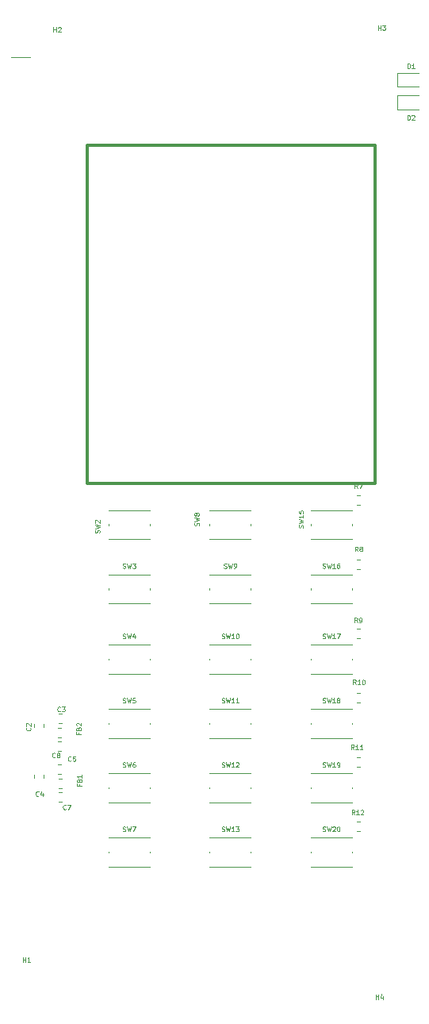
<source format=gbr>
G04 #@! TF.GenerationSoftware,KiCad,Pcbnew,5.1.6-c6e7f7d~87~ubuntu18.04.1*
G04 #@! TF.CreationDate,2020-07-31T23:24:34+02:00*
G04 #@! TF.ProjectId,HMI,484d492e-6b69-4636-9164-5f7063625858,rev?*
G04 #@! TF.SameCoordinates,Original*
G04 #@! TF.FileFunction,Legend,Top*
G04 #@! TF.FilePolarity,Positive*
%FSLAX46Y46*%
G04 Gerber Fmt 4.6, Leading zero omitted, Abs format (unit mm)*
G04 Created by KiCad (PCBNEW 5.1.6-c6e7f7d~87~ubuntu18.04.1) date 2020-07-31 23:24:34*
%MOMM*%
%LPD*%
G01*
G04 APERTURE LIST*
%ADD10C,0.350000*%
%ADD11C,0.120000*%
%ADD12C,0.125000*%
%ADD13C,0.150000*%
G04 APERTURE END LIST*
D10*
X128016000Y-85344000D02*
X158750000Y-85344000D01*
X128016000Y-49276000D02*
X128016000Y-85344000D01*
X158750000Y-49276000D02*
X158750000Y-85344000D01*
X128016000Y-49276000D02*
X158750000Y-49276000D01*
D11*
X119862600Y-39852600D02*
X121894600Y-39852600D01*
X161100500Y-45439000D02*
X163385500Y-45439000D01*
X161100500Y-43969000D02*
X161100500Y-45439000D01*
X163385500Y-43969000D02*
X161100500Y-43969000D01*
X161100300Y-43000600D02*
X163385300Y-43000600D01*
X161100300Y-41530600D02*
X161100300Y-43000600D01*
X163385300Y-41530600D02*
X161100300Y-41530600D01*
X134694020Y-89793280D02*
X134694020Y-89693280D01*
X130294020Y-91293280D02*
X134694020Y-91293280D01*
X134694020Y-88193280D02*
X130294020Y-88193280D01*
X130294020Y-89793280D02*
X130294020Y-89693280D01*
X156284020Y-124718280D02*
X156284020Y-124618280D01*
X151884020Y-126218280D02*
X156284020Y-126218280D01*
X156284020Y-123118280D02*
X151884020Y-123118280D01*
X151884020Y-124718280D02*
X151884020Y-124618280D01*
X156284020Y-117860280D02*
X156284020Y-117760280D01*
X151884020Y-119360280D02*
X156284020Y-119360280D01*
X156284020Y-116260280D02*
X151884020Y-116260280D01*
X151884020Y-117860280D02*
X151884020Y-117760280D01*
X156284020Y-111002280D02*
X156284020Y-110902280D01*
X151884020Y-112502280D02*
X156284020Y-112502280D01*
X156284020Y-109402280D02*
X151884020Y-109402280D01*
X151884020Y-111002280D02*
X151884020Y-110902280D01*
X156284020Y-104144280D02*
X156284020Y-104044280D01*
X151884020Y-105644280D02*
X156284020Y-105644280D01*
X156284020Y-102544280D02*
X151884020Y-102544280D01*
X151884020Y-104144280D02*
X151884020Y-104044280D01*
X156284020Y-96651280D02*
X156284020Y-96551280D01*
X151884020Y-98151280D02*
X156284020Y-98151280D01*
X156284020Y-95051280D02*
X151884020Y-95051280D01*
X151884020Y-96651280D02*
X151884020Y-96551280D01*
X156284020Y-89793280D02*
X156284020Y-89693280D01*
X151884020Y-91293280D02*
X156284020Y-91293280D01*
X156284020Y-88193280D02*
X151884020Y-88193280D01*
X151884020Y-89793280D02*
X151884020Y-89693280D01*
X145489020Y-124718280D02*
X145489020Y-124618280D01*
X141089020Y-126218280D02*
X145489020Y-126218280D01*
X145489020Y-123118280D02*
X141089020Y-123118280D01*
X141089020Y-124718280D02*
X141089020Y-124618280D01*
X145489020Y-117860280D02*
X145489020Y-117760280D01*
X141089020Y-119360280D02*
X145489020Y-119360280D01*
X145489020Y-116260280D02*
X141089020Y-116260280D01*
X141089020Y-117860280D02*
X141089020Y-117760280D01*
X145489020Y-111002280D02*
X145489020Y-110902280D01*
X141089020Y-112502280D02*
X145489020Y-112502280D01*
X145489020Y-109402280D02*
X141089020Y-109402280D01*
X141089020Y-111002280D02*
X141089020Y-110902280D01*
X145489020Y-104144280D02*
X145489020Y-104044280D01*
X141089020Y-105644280D02*
X145489020Y-105644280D01*
X145489020Y-102544280D02*
X141089020Y-102544280D01*
X141089020Y-104144280D02*
X141089020Y-104044280D01*
X145489020Y-96651280D02*
X145489020Y-96551280D01*
X141089020Y-98151280D02*
X145489020Y-98151280D01*
X145489020Y-95051280D02*
X141089020Y-95051280D01*
X141089020Y-96651280D02*
X141089020Y-96551280D01*
X145489020Y-89793280D02*
X145489020Y-89693280D01*
X141089020Y-91293280D02*
X145489020Y-91293280D01*
X145489020Y-88193280D02*
X141089020Y-88193280D01*
X141089020Y-89793280D02*
X141089020Y-89693280D01*
X134694020Y-124718280D02*
X134694020Y-124618280D01*
X130294020Y-126218280D02*
X134694020Y-126218280D01*
X134694020Y-123118280D02*
X130294020Y-123118280D01*
X130294020Y-124718280D02*
X130294020Y-124618280D01*
X134694020Y-117860280D02*
X134694020Y-117760280D01*
X130294020Y-119360280D02*
X134694020Y-119360280D01*
X134694020Y-116260280D02*
X130294020Y-116260280D01*
X130294020Y-117860280D02*
X130294020Y-117760280D01*
X134694020Y-111002280D02*
X134694020Y-110902280D01*
X130294020Y-112502280D02*
X134694020Y-112502280D01*
X134694020Y-109402280D02*
X130294020Y-109402280D01*
X130294020Y-111002280D02*
X130294020Y-110902280D01*
X134694020Y-104144280D02*
X134694020Y-104044280D01*
X130294020Y-105644280D02*
X134694020Y-105644280D01*
X134694020Y-102544280D02*
X130294020Y-102544280D01*
X130294020Y-104144280D02*
X130294020Y-104044280D01*
X134694020Y-96651280D02*
X134694020Y-96551280D01*
X130294020Y-98151280D02*
X134694020Y-98151280D01*
X134694020Y-95051280D02*
X130294020Y-95051280D01*
X130294020Y-96651280D02*
X130294020Y-96551280D01*
X122375200Y-111000321D02*
X122375200Y-111325879D01*
X123395200Y-111000321D02*
X123395200Y-111325879D01*
X157160279Y-121410000D02*
X156834721Y-121410000D01*
X157160279Y-122430000D02*
X156834721Y-122430000D01*
X157160279Y-114552000D02*
X156834721Y-114552000D01*
X157160279Y-115572000D02*
X156834721Y-115572000D01*
X157160279Y-107694000D02*
X156834721Y-107694000D01*
X157160279Y-108714000D02*
X156834721Y-108714000D01*
X157160279Y-100836000D02*
X156834721Y-100836000D01*
X157160279Y-101856000D02*
X156834721Y-101856000D01*
X157134779Y-93470000D02*
X156809221Y-93470000D01*
X157134779Y-94490000D02*
X156809221Y-94490000D01*
X157160279Y-86612000D02*
X156834721Y-86612000D01*
X157160279Y-87632000D02*
X156834721Y-87632000D01*
X125257679Y-111389700D02*
X124932121Y-111389700D01*
X125257679Y-112409700D02*
X124932121Y-112409700D01*
X125283079Y-116825300D02*
X124957521Y-116825300D01*
X125283079Y-117845300D02*
X124957521Y-117845300D01*
X125257679Y-112888300D02*
X124932121Y-112888300D01*
X125257679Y-113908300D02*
X124932121Y-113908300D01*
X125283079Y-118298500D02*
X124957521Y-118298500D01*
X125283079Y-119318500D02*
X124957521Y-119318500D01*
X124932121Y-116346700D02*
X125257679Y-116346700D01*
X124932121Y-115326700D02*
X125257679Y-115326700D01*
X122375200Y-116410621D02*
X122375200Y-116736179D01*
X123395200Y-116410621D02*
X123395200Y-116736179D01*
X124957521Y-110911100D02*
X125283079Y-110911100D01*
X124957521Y-109891100D02*
X125283079Y-109891100D01*
D12*
X162190952Y-46555790D02*
X162190952Y-46055790D01*
X162310000Y-46055790D01*
X162381428Y-46079600D01*
X162429047Y-46127219D01*
X162452857Y-46174838D01*
X162476666Y-46270076D01*
X162476666Y-46341504D01*
X162452857Y-46436742D01*
X162429047Y-46484361D01*
X162381428Y-46531980D01*
X162310000Y-46555790D01*
X162190952Y-46555790D01*
X162667142Y-46103409D02*
X162690952Y-46079600D01*
X162738571Y-46055790D01*
X162857619Y-46055790D01*
X162905238Y-46079600D01*
X162929047Y-46103409D01*
X162952857Y-46151028D01*
X162952857Y-46198647D01*
X162929047Y-46270076D01*
X162643333Y-46555790D01*
X162952857Y-46555790D01*
X162216252Y-41061790D02*
X162216252Y-40561790D01*
X162335300Y-40561790D01*
X162406728Y-40585600D01*
X162454347Y-40633219D01*
X162478157Y-40680838D01*
X162501966Y-40776076D01*
X162501966Y-40847504D01*
X162478157Y-40942742D01*
X162454347Y-40990361D01*
X162406728Y-41037980D01*
X162335300Y-41061790D01*
X162216252Y-41061790D01*
X162978157Y-41061790D02*
X162692442Y-41061790D01*
X162835300Y-41061790D02*
X162835300Y-40561790D01*
X162787680Y-40633219D01*
X162740061Y-40680838D01*
X162692442Y-40704647D01*
X121132647Y-136365790D02*
X121132647Y-135865790D01*
X121132647Y-136103885D02*
X121418361Y-136103885D01*
X121418361Y-136365790D02*
X121418361Y-135865790D01*
X121918361Y-136365790D02*
X121632647Y-136365790D01*
X121775504Y-136365790D02*
X121775504Y-135865790D01*
X121727885Y-135937219D01*
X121680266Y-135984838D01*
X121632647Y-136008647D01*
D13*
D12*
X159075167Y-36959670D02*
X159075167Y-36459670D01*
X159075167Y-36697765D02*
X159360881Y-36697765D01*
X159360881Y-36959670D02*
X159360881Y-36459670D01*
X159551358Y-36459670D02*
X159860881Y-36459670D01*
X159694215Y-36650146D01*
X159765643Y-36650146D01*
X159813262Y-36673956D01*
X159837072Y-36697765D01*
X159860881Y-36745384D01*
X159860881Y-36864432D01*
X159837072Y-36912051D01*
X159813262Y-36935860D01*
X159765643Y-36959670D01*
X159622786Y-36959670D01*
X159575167Y-36935860D01*
X159551358Y-36912051D01*
D13*
D12*
X124419407Y-37178110D02*
X124419407Y-36678110D01*
X124419407Y-36916205D02*
X124705121Y-36916205D01*
X124705121Y-37178110D02*
X124705121Y-36678110D01*
X124919407Y-36725729D02*
X124943217Y-36701920D01*
X124990836Y-36678110D01*
X125109883Y-36678110D01*
X125157502Y-36701920D01*
X125181312Y-36725729D01*
X125205121Y-36773348D01*
X125205121Y-36820967D01*
X125181312Y-36892396D01*
X124895598Y-37178110D01*
X125205121Y-37178110D01*
D13*
D12*
X158826247Y-140332590D02*
X158826247Y-139832590D01*
X158826247Y-140070685D02*
X159111961Y-140070685D01*
X159111961Y-140332590D02*
X159111961Y-139832590D01*
X159564342Y-139999257D02*
X159564342Y-140332590D01*
X159445295Y-139808780D02*
X159326247Y-140165923D01*
X159635771Y-140165923D01*
D13*
D12*
X129323280Y-90582666D02*
X129347090Y-90511238D01*
X129347090Y-90392190D01*
X129323280Y-90344571D01*
X129299471Y-90320761D01*
X129251852Y-90296952D01*
X129204233Y-90296952D01*
X129156614Y-90320761D01*
X129132804Y-90344571D01*
X129108995Y-90392190D01*
X129085185Y-90487428D01*
X129061376Y-90535047D01*
X129037566Y-90558857D01*
X128989947Y-90582666D01*
X128942328Y-90582666D01*
X128894709Y-90558857D01*
X128870900Y-90535047D01*
X128847090Y-90487428D01*
X128847090Y-90368380D01*
X128870900Y-90296952D01*
X128847090Y-90130285D02*
X129347090Y-90011238D01*
X128989947Y-89916000D01*
X129347090Y-89820761D01*
X128847090Y-89701714D01*
X128894709Y-89535047D02*
X128870900Y-89511238D01*
X128847090Y-89463619D01*
X128847090Y-89344571D01*
X128870900Y-89296952D01*
X128894709Y-89273142D01*
X128942328Y-89249333D01*
X128989947Y-89249333D01*
X129061376Y-89273142D01*
X129347090Y-89558857D01*
X129347090Y-89249333D01*
D13*
D12*
X153179258Y-122420660D02*
X153250686Y-122444470D01*
X153369734Y-122444470D01*
X153417353Y-122420660D01*
X153441162Y-122396851D01*
X153464972Y-122349232D01*
X153464972Y-122301613D01*
X153441162Y-122253994D01*
X153417353Y-122230184D01*
X153369734Y-122206375D01*
X153274496Y-122182565D01*
X153226877Y-122158756D01*
X153203067Y-122134946D01*
X153179258Y-122087327D01*
X153179258Y-122039708D01*
X153203067Y-121992089D01*
X153226877Y-121968280D01*
X153274496Y-121944470D01*
X153393543Y-121944470D01*
X153464972Y-121968280D01*
X153631639Y-121944470D02*
X153750686Y-122444470D01*
X153845924Y-122087327D01*
X153941162Y-122444470D01*
X154060210Y-121944470D01*
X154226877Y-121992089D02*
X154250686Y-121968280D01*
X154298305Y-121944470D01*
X154417353Y-121944470D01*
X154464972Y-121968280D01*
X154488781Y-121992089D01*
X154512591Y-122039708D01*
X154512591Y-122087327D01*
X154488781Y-122158756D01*
X154203067Y-122444470D01*
X154512591Y-122444470D01*
X154822115Y-121944470D02*
X154869734Y-121944470D01*
X154917353Y-121968280D01*
X154941162Y-121992089D01*
X154964972Y-122039708D01*
X154988781Y-122134946D01*
X154988781Y-122253994D01*
X154964972Y-122349232D01*
X154941162Y-122396851D01*
X154917353Y-122420660D01*
X154869734Y-122444470D01*
X154822115Y-122444470D01*
X154774496Y-122420660D01*
X154750686Y-122396851D01*
X154726877Y-122349232D01*
X154703067Y-122253994D01*
X154703067Y-122134946D01*
X154726877Y-122039708D01*
X154750686Y-121992089D01*
X154774496Y-121968280D01*
X154822115Y-121944470D01*
D13*
D12*
X153179258Y-115562660D02*
X153250686Y-115586470D01*
X153369734Y-115586470D01*
X153417353Y-115562660D01*
X153441162Y-115538851D01*
X153464972Y-115491232D01*
X153464972Y-115443613D01*
X153441162Y-115395994D01*
X153417353Y-115372184D01*
X153369734Y-115348375D01*
X153274496Y-115324565D01*
X153226877Y-115300756D01*
X153203067Y-115276946D01*
X153179258Y-115229327D01*
X153179258Y-115181708D01*
X153203067Y-115134089D01*
X153226877Y-115110280D01*
X153274496Y-115086470D01*
X153393543Y-115086470D01*
X153464972Y-115110280D01*
X153631639Y-115086470D02*
X153750686Y-115586470D01*
X153845924Y-115229327D01*
X153941162Y-115586470D01*
X154060210Y-115086470D01*
X154512591Y-115586470D02*
X154226877Y-115586470D01*
X154369734Y-115586470D02*
X154369734Y-115086470D01*
X154322115Y-115157899D01*
X154274496Y-115205518D01*
X154226877Y-115229327D01*
X154750686Y-115586470D02*
X154845924Y-115586470D01*
X154893543Y-115562660D01*
X154917353Y-115538851D01*
X154964972Y-115467422D01*
X154988781Y-115372184D01*
X154988781Y-115181708D01*
X154964972Y-115134089D01*
X154941162Y-115110280D01*
X154893543Y-115086470D01*
X154798305Y-115086470D01*
X154750686Y-115110280D01*
X154726877Y-115134089D01*
X154703067Y-115181708D01*
X154703067Y-115300756D01*
X154726877Y-115348375D01*
X154750686Y-115372184D01*
X154798305Y-115395994D01*
X154893543Y-115395994D01*
X154941162Y-115372184D01*
X154964972Y-115348375D01*
X154988781Y-115300756D01*
D13*
D12*
X153179258Y-108704660D02*
X153250686Y-108728470D01*
X153369734Y-108728470D01*
X153417353Y-108704660D01*
X153441162Y-108680851D01*
X153464972Y-108633232D01*
X153464972Y-108585613D01*
X153441162Y-108537994D01*
X153417353Y-108514184D01*
X153369734Y-108490375D01*
X153274496Y-108466565D01*
X153226877Y-108442756D01*
X153203067Y-108418946D01*
X153179258Y-108371327D01*
X153179258Y-108323708D01*
X153203067Y-108276089D01*
X153226877Y-108252280D01*
X153274496Y-108228470D01*
X153393543Y-108228470D01*
X153464972Y-108252280D01*
X153631639Y-108228470D02*
X153750686Y-108728470D01*
X153845924Y-108371327D01*
X153941162Y-108728470D01*
X154060210Y-108228470D01*
X154512591Y-108728470D02*
X154226877Y-108728470D01*
X154369734Y-108728470D02*
X154369734Y-108228470D01*
X154322115Y-108299899D01*
X154274496Y-108347518D01*
X154226877Y-108371327D01*
X154798305Y-108442756D02*
X154750686Y-108418946D01*
X154726877Y-108395137D01*
X154703067Y-108347518D01*
X154703067Y-108323708D01*
X154726877Y-108276089D01*
X154750686Y-108252280D01*
X154798305Y-108228470D01*
X154893543Y-108228470D01*
X154941162Y-108252280D01*
X154964972Y-108276089D01*
X154988781Y-108323708D01*
X154988781Y-108347518D01*
X154964972Y-108395137D01*
X154941162Y-108418946D01*
X154893543Y-108442756D01*
X154798305Y-108442756D01*
X154750686Y-108466565D01*
X154726877Y-108490375D01*
X154703067Y-108537994D01*
X154703067Y-108633232D01*
X154726877Y-108680851D01*
X154750686Y-108704660D01*
X154798305Y-108728470D01*
X154893543Y-108728470D01*
X154941162Y-108704660D01*
X154964972Y-108680851D01*
X154988781Y-108633232D01*
X154988781Y-108537994D01*
X154964972Y-108490375D01*
X154941162Y-108466565D01*
X154893543Y-108442756D01*
D13*
D12*
X153179258Y-101846660D02*
X153250686Y-101870470D01*
X153369734Y-101870470D01*
X153417353Y-101846660D01*
X153441162Y-101822851D01*
X153464972Y-101775232D01*
X153464972Y-101727613D01*
X153441162Y-101679994D01*
X153417353Y-101656184D01*
X153369734Y-101632375D01*
X153274496Y-101608565D01*
X153226877Y-101584756D01*
X153203067Y-101560946D01*
X153179258Y-101513327D01*
X153179258Y-101465708D01*
X153203067Y-101418089D01*
X153226877Y-101394280D01*
X153274496Y-101370470D01*
X153393543Y-101370470D01*
X153464972Y-101394280D01*
X153631639Y-101370470D02*
X153750686Y-101870470D01*
X153845924Y-101513327D01*
X153941162Y-101870470D01*
X154060210Y-101370470D01*
X154512591Y-101870470D02*
X154226877Y-101870470D01*
X154369734Y-101870470D02*
X154369734Y-101370470D01*
X154322115Y-101441899D01*
X154274496Y-101489518D01*
X154226877Y-101513327D01*
X154679258Y-101370470D02*
X155012591Y-101370470D01*
X154798305Y-101870470D01*
D13*
D12*
X153179258Y-94353660D02*
X153250686Y-94377470D01*
X153369734Y-94377470D01*
X153417353Y-94353660D01*
X153441162Y-94329851D01*
X153464972Y-94282232D01*
X153464972Y-94234613D01*
X153441162Y-94186994D01*
X153417353Y-94163184D01*
X153369734Y-94139375D01*
X153274496Y-94115565D01*
X153226877Y-94091756D01*
X153203067Y-94067946D01*
X153179258Y-94020327D01*
X153179258Y-93972708D01*
X153203067Y-93925089D01*
X153226877Y-93901280D01*
X153274496Y-93877470D01*
X153393543Y-93877470D01*
X153464972Y-93901280D01*
X153631639Y-93877470D02*
X153750686Y-94377470D01*
X153845924Y-94020327D01*
X153941162Y-94377470D01*
X154060210Y-93877470D01*
X154512591Y-94377470D02*
X154226877Y-94377470D01*
X154369734Y-94377470D02*
X154369734Y-93877470D01*
X154322115Y-93948899D01*
X154274496Y-93996518D01*
X154226877Y-94020327D01*
X154941162Y-93877470D02*
X154845924Y-93877470D01*
X154798305Y-93901280D01*
X154774496Y-93925089D01*
X154726877Y-93996518D01*
X154703067Y-94091756D01*
X154703067Y-94282232D01*
X154726877Y-94329851D01*
X154750686Y-94353660D01*
X154798305Y-94377470D01*
X154893543Y-94377470D01*
X154941162Y-94353660D01*
X154964972Y-94329851D01*
X154988781Y-94282232D01*
X154988781Y-94163184D01*
X154964972Y-94115565D01*
X154941162Y-94091756D01*
X154893543Y-94067946D01*
X154798305Y-94067946D01*
X154750686Y-94091756D01*
X154726877Y-94115565D01*
X154703067Y-94163184D01*
D13*
D12*
X151065680Y-90058761D02*
X151089490Y-89987333D01*
X151089490Y-89868285D01*
X151065680Y-89820666D01*
X151041871Y-89796857D01*
X150994252Y-89773047D01*
X150946633Y-89773047D01*
X150899014Y-89796857D01*
X150875204Y-89820666D01*
X150851395Y-89868285D01*
X150827585Y-89963523D01*
X150803776Y-90011142D01*
X150779966Y-90034952D01*
X150732347Y-90058761D01*
X150684728Y-90058761D01*
X150637109Y-90034952D01*
X150613300Y-90011142D01*
X150589490Y-89963523D01*
X150589490Y-89844476D01*
X150613300Y-89773047D01*
X150589490Y-89606380D02*
X151089490Y-89487333D01*
X150732347Y-89392095D01*
X151089490Y-89296857D01*
X150589490Y-89177809D01*
X151089490Y-88725428D02*
X151089490Y-89011142D01*
X151089490Y-88868285D02*
X150589490Y-88868285D01*
X150660919Y-88915904D01*
X150708538Y-88963523D01*
X150732347Y-89011142D01*
X150589490Y-88273047D02*
X150589490Y-88511142D01*
X150827585Y-88534952D01*
X150803776Y-88511142D01*
X150779966Y-88463523D01*
X150779966Y-88344476D01*
X150803776Y-88296857D01*
X150827585Y-88273047D01*
X150875204Y-88249238D01*
X150994252Y-88249238D01*
X151041871Y-88273047D01*
X151065680Y-88296857D01*
X151089490Y-88344476D01*
X151089490Y-88463523D01*
X151065680Y-88511142D01*
X151041871Y-88534952D01*
D13*
D12*
X142384258Y-122420660D02*
X142455686Y-122444470D01*
X142574734Y-122444470D01*
X142622353Y-122420660D01*
X142646162Y-122396851D01*
X142669972Y-122349232D01*
X142669972Y-122301613D01*
X142646162Y-122253994D01*
X142622353Y-122230184D01*
X142574734Y-122206375D01*
X142479496Y-122182565D01*
X142431877Y-122158756D01*
X142408067Y-122134946D01*
X142384258Y-122087327D01*
X142384258Y-122039708D01*
X142408067Y-121992089D01*
X142431877Y-121968280D01*
X142479496Y-121944470D01*
X142598543Y-121944470D01*
X142669972Y-121968280D01*
X142836639Y-121944470D02*
X142955686Y-122444470D01*
X143050924Y-122087327D01*
X143146162Y-122444470D01*
X143265210Y-121944470D01*
X143717591Y-122444470D02*
X143431877Y-122444470D01*
X143574734Y-122444470D02*
X143574734Y-121944470D01*
X143527115Y-122015899D01*
X143479496Y-122063518D01*
X143431877Y-122087327D01*
X143884258Y-121944470D02*
X144193781Y-121944470D01*
X144027115Y-122134946D01*
X144098543Y-122134946D01*
X144146162Y-122158756D01*
X144169972Y-122182565D01*
X144193781Y-122230184D01*
X144193781Y-122349232D01*
X144169972Y-122396851D01*
X144146162Y-122420660D01*
X144098543Y-122444470D01*
X143955686Y-122444470D01*
X143908067Y-122420660D01*
X143884258Y-122396851D01*
D13*
D12*
X142384258Y-115562660D02*
X142455686Y-115586470D01*
X142574734Y-115586470D01*
X142622353Y-115562660D01*
X142646162Y-115538851D01*
X142669972Y-115491232D01*
X142669972Y-115443613D01*
X142646162Y-115395994D01*
X142622353Y-115372184D01*
X142574734Y-115348375D01*
X142479496Y-115324565D01*
X142431877Y-115300756D01*
X142408067Y-115276946D01*
X142384258Y-115229327D01*
X142384258Y-115181708D01*
X142408067Y-115134089D01*
X142431877Y-115110280D01*
X142479496Y-115086470D01*
X142598543Y-115086470D01*
X142669972Y-115110280D01*
X142836639Y-115086470D02*
X142955686Y-115586470D01*
X143050924Y-115229327D01*
X143146162Y-115586470D01*
X143265210Y-115086470D01*
X143717591Y-115586470D02*
X143431877Y-115586470D01*
X143574734Y-115586470D02*
X143574734Y-115086470D01*
X143527115Y-115157899D01*
X143479496Y-115205518D01*
X143431877Y-115229327D01*
X143908067Y-115134089D02*
X143931877Y-115110280D01*
X143979496Y-115086470D01*
X144098543Y-115086470D01*
X144146162Y-115110280D01*
X144169972Y-115134089D01*
X144193781Y-115181708D01*
X144193781Y-115229327D01*
X144169972Y-115300756D01*
X143884258Y-115586470D01*
X144193781Y-115586470D01*
D13*
D12*
X142384258Y-108704660D02*
X142455686Y-108728470D01*
X142574734Y-108728470D01*
X142622353Y-108704660D01*
X142646162Y-108680851D01*
X142669972Y-108633232D01*
X142669972Y-108585613D01*
X142646162Y-108537994D01*
X142622353Y-108514184D01*
X142574734Y-108490375D01*
X142479496Y-108466565D01*
X142431877Y-108442756D01*
X142408067Y-108418946D01*
X142384258Y-108371327D01*
X142384258Y-108323708D01*
X142408067Y-108276089D01*
X142431877Y-108252280D01*
X142479496Y-108228470D01*
X142598543Y-108228470D01*
X142669972Y-108252280D01*
X142836639Y-108228470D02*
X142955686Y-108728470D01*
X143050924Y-108371327D01*
X143146162Y-108728470D01*
X143265210Y-108228470D01*
X143717591Y-108728470D02*
X143431877Y-108728470D01*
X143574734Y-108728470D02*
X143574734Y-108228470D01*
X143527115Y-108299899D01*
X143479496Y-108347518D01*
X143431877Y-108371327D01*
X144193781Y-108728470D02*
X143908067Y-108728470D01*
X144050924Y-108728470D02*
X144050924Y-108228470D01*
X144003305Y-108299899D01*
X143955686Y-108347518D01*
X143908067Y-108371327D01*
D13*
D12*
X142384258Y-101846660D02*
X142455686Y-101870470D01*
X142574734Y-101870470D01*
X142622353Y-101846660D01*
X142646162Y-101822851D01*
X142669972Y-101775232D01*
X142669972Y-101727613D01*
X142646162Y-101679994D01*
X142622353Y-101656184D01*
X142574734Y-101632375D01*
X142479496Y-101608565D01*
X142431877Y-101584756D01*
X142408067Y-101560946D01*
X142384258Y-101513327D01*
X142384258Y-101465708D01*
X142408067Y-101418089D01*
X142431877Y-101394280D01*
X142479496Y-101370470D01*
X142598543Y-101370470D01*
X142669972Y-101394280D01*
X142836639Y-101370470D02*
X142955686Y-101870470D01*
X143050924Y-101513327D01*
X143146162Y-101870470D01*
X143265210Y-101370470D01*
X143717591Y-101870470D02*
X143431877Y-101870470D01*
X143574734Y-101870470D02*
X143574734Y-101370470D01*
X143527115Y-101441899D01*
X143479496Y-101489518D01*
X143431877Y-101513327D01*
X144027115Y-101370470D02*
X144074734Y-101370470D01*
X144122353Y-101394280D01*
X144146162Y-101418089D01*
X144169972Y-101465708D01*
X144193781Y-101560946D01*
X144193781Y-101679994D01*
X144169972Y-101775232D01*
X144146162Y-101822851D01*
X144122353Y-101846660D01*
X144074734Y-101870470D01*
X144027115Y-101870470D01*
X143979496Y-101846660D01*
X143955686Y-101822851D01*
X143931877Y-101775232D01*
X143908067Y-101679994D01*
X143908067Y-101560946D01*
X143931877Y-101465708D01*
X143955686Y-101418089D01*
X143979496Y-101394280D01*
X144027115Y-101370470D01*
D13*
D12*
X142622353Y-94353660D02*
X142693781Y-94377470D01*
X142812829Y-94377470D01*
X142860448Y-94353660D01*
X142884258Y-94329851D01*
X142908067Y-94282232D01*
X142908067Y-94234613D01*
X142884258Y-94186994D01*
X142860448Y-94163184D01*
X142812829Y-94139375D01*
X142717591Y-94115565D01*
X142669972Y-94091756D01*
X142646162Y-94067946D01*
X142622353Y-94020327D01*
X142622353Y-93972708D01*
X142646162Y-93925089D01*
X142669972Y-93901280D01*
X142717591Y-93877470D01*
X142836639Y-93877470D01*
X142908067Y-93901280D01*
X143074734Y-93877470D02*
X143193781Y-94377470D01*
X143289020Y-94020327D01*
X143384258Y-94377470D01*
X143503305Y-93877470D01*
X143717591Y-94377470D02*
X143812829Y-94377470D01*
X143860448Y-94353660D01*
X143884258Y-94329851D01*
X143931877Y-94258422D01*
X143955686Y-94163184D01*
X143955686Y-93972708D01*
X143931877Y-93925089D01*
X143908067Y-93901280D01*
X143860448Y-93877470D01*
X143765210Y-93877470D01*
X143717591Y-93901280D01*
X143693781Y-93925089D01*
X143669972Y-93972708D01*
X143669972Y-94091756D01*
X143693781Y-94139375D01*
X143717591Y-94163184D01*
X143765210Y-94186994D01*
X143860448Y-94186994D01*
X143908067Y-94163184D01*
X143931877Y-94139375D01*
X143955686Y-94091756D01*
D13*
D12*
X139940480Y-89820666D02*
X139964290Y-89749238D01*
X139964290Y-89630190D01*
X139940480Y-89582571D01*
X139916671Y-89558761D01*
X139869052Y-89534952D01*
X139821433Y-89534952D01*
X139773814Y-89558761D01*
X139750004Y-89582571D01*
X139726195Y-89630190D01*
X139702385Y-89725428D01*
X139678576Y-89773047D01*
X139654766Y-89796857D01*
X139607147Y-89820666D01*
X139559528Y-89820666D01*
X139511909Y-89796857D01*
X139488100Y-89773047D01*
X139464290Y-89725428D01*
X139464290Y-89606380D01*
X139488100Y-89534952D01*
X139464290Y-89368285D02*
X139964290Y-89249238D01*
X139607147Y-89154000D01*
X139964290Y-89058761D01*
X139464290Y-88939714D01*
X139678576Y-88677809D02*
X139654766Y-88725428D01*
X139630957Y-88749238D01*
X139583338Y-88773047D01*
X139559528Y-88773047D01*
X139511909Y-88749238D01*
X139488100Y-88725428D01*
X139464290Y-88677809D01*
X139464290Y-88582571D01*
X139488100Y-88534952D01*
X139511909Y-88511142D01*
X139559528Y-88487333D01*
X139583338Y-88487333D01*
X139630957Y-88511142D01*
X139654766Y-88534952D01*
X139678576Y-88582571D01*
X139678576Y-88677809D01*
X139702385Y-88725428D01*
X139726195Y-88749238D01*
X139773814Y-88773047D01*
X139869052Y-88773047D01*
X139916671Y-88749238D01*
X139940480Y-88725428D01*
X139964290Y-88677809D01*
X139964290Y-88582571D01*
X139940480Y-88534952D01*
X139916671Y-88511142D01*
X139869052Y-88487333D01*
X139773814Y-88487333D01*
X139726195Y-88511142D01*
X139702385Y-88534952D01*
X139678576Y-88582571D01*
D13*
D12*
X131827353Y-122420660D02*
X131898781Y-122444470D01*
X132017829Y-122444470D01*
X132065448Y-122420660D01*
X132089258Y-122396851D01*
X132113067Y-122349232D01*
X132113067Y-122301613D01*
X132089258Y-122253994D01*
X132065448Y-122230184D01*
X132017829Y-122206375D01*
X131922591Y-122182565D01*
X131874972Y-122158756D01*
X131851162Y-122134946D01*
X131827353Y-122087327D01*
X131827353Y-122039708D01*
X131851162Y-121992089D01*
X131874972Y-121968280D01*
X131922591Y-121944470D01*
X132041639Y-121944470D01*
X132113067Y-121968280D01*
X132279734Y-121944470D02*
X132398781Y-122444470D01*
X132494020Y-122087327D01*
X132589258Y-122444470D01*
X132708305Y-121944470D01*
X132851162Y-121944470D02*
X133184496Y-121944470D01*
X132970210Y-122444470D01*
D13*
D12*
X131827353Y-115562660D02*
X131898781Y-115586470D01*
X132017829Y-115586470D01*
X132065448Y-115562660D01*
X132089258Y-115538851D01*
X132113067Y-115491232D01*
X132113067Y-115443613D01*
X132089258Y-115395994D01*
X132065448Y-115372184D01*
X132017829Y-115348375D01*
X131922591Y-115324565D01*
X131874972Y-115300756D01*
X131851162Y-115276946D01*
X131827353Y-115229327D01*
X131827353Y-115181708D01*
X131851162Y-115134089D01*
X131874972Y-115110280D01*
X131922591Y-115086470D01*
X132041639Y-115086470D01*
X132113067Y-115110280D01*
X132279734Y-115086470D02*
X132398781Y-115586470D01*
X132494020Y-115229327D01*
X132589258Y-115586470D01*
X132708305Y-115086470D01*
X133113067Y-115086470D02*
X133017829Y-115086470D01*
X132970210Y-115110280D01*
X132946400Y-115134089D01*
X132898781Y-115205518D01*
X132874972Y-115300756D01*
X132874972Y-115491232D01*
X132898781Y-115538851D01*
X132922591Y-115562660D01*
X132970210Y-115586470D01*
X133065448Y-115586470D01*
X133113067Y-115562660D01*
X133136877Y-115538851D01*
X133160686Y-115491232D01*
X133160686Y-115372184D01*
X133136877Y-115324565D01*
X133113067Y-115300756D01*
X133065448Y-115276946D01*
X132970210Y-115276946D01*
X132922591Y-115300756D01*
X132898781Y-115324565D01*
X132874972Y-115372184D01*
D13*
D12*
X131827353Y-108704660D02*
X131898781Y-108728470D01*
X132017829Y-108728470D01*
X132065448Y-108704660D01*
X132089258Y-108680851D01*
X132113067Y-108633232D01*
X132113067Y-108585613D01*
X132089258Y-108537994D01*
X132065448Y-108514184D01*
X132017829Y-108490375D01*
X131922591Y-108466565D01*
X131874972Y-108442756D01*
X131851162Y-108418946D01*
X131827353Y-108371327D01*
X131827353Y-108323708D01*
X131851162Y-108276089D01*
X131874972Y-108252280D01*
X131922591Y-108228470D01*
X132041639Y-108228470D01*
X132113067Y-108252280D01*
X132279734Y-108228470D02*
X132398781Y-108728470D01*
X132494020Y-108371327D01*
X132589258Y-108728470D01*
X132708305Y-108228470D01*
X133136877Y-108228470D02*
X132898781Y-108228470D01*
X132874972Y-108466565D01*
X132898781Y-108442756D01*
X132946400Y-108418946D01*
X133065448Y-108418946D01*
X133113067Y-108442756D01*
X133136877Y-108466565D01*
X133160686Y-108514184D01*
X133160686Y-108633232D01*
X133136877Y-108680851D01*
X133113067Y-108704660D01*
X133065448Y-108728470D01*
X132946400Y-108728470D01*
X132898781Y-108704660D01*
X132874972Y-108680851D01*
D13*
D12*
X131827353Y-101846660D02*
X131898781Y-101870470D01*
X132017829Y-101870470D01*
X132065448Y-101846660D01*
X132089258Y-101822851D01*
X132113067Y-101775232D01*
X132113067Y-101727613D01*
X132089258Y-101679994D01*
X132065448Y-101656184D01*
X132017829Y-101632375D01*
X131922591Y-101608565D01*
X131874972Y-101584756D01*
X131851162Y-101560946D01*
X131827353Y-101513327D01*
X131827353Y-101465708D01*
X131851162Y-101418089D01*
X131874972Y-101394280D01*
X131922591Y-101370470D01*
X132041639Y-101370470D01*
X132113067Y-101394280D01*
X132279734Y-101370470D02*
X132398781Y-101870470D01*
X132494020Y-101513327D01*
X132589258Y-101870470D01*
X132708305Y-101370470D01*
X133113067Y-101537137D02*
X133113067Y-101870470D01*
X132994020Y-101346660D02*
X132874972Y-101703803D01*
X133184496Y-101703803D01*
D13*
D12*
X131827353Y-94353660D02*
X131898781Y-94377470D01*
X132017829Y-94377470D01*
X132065448Y-94353660D01*
X132089258Y-94329851D01*
X132113067Y-94282232D01*
X132113067Y-94234613D01*
X132089258Y-94186994D01*
X132065448Y-94163184D01*
X132017829Y-94139375D01*
X131922591Y-94115565D01*
X131874972Y-94091756D01*
X131851162Y-94067946D01*
X131827353Y-94020327D01*
X131827353Y-93972708D01*
X131851162Y-93925089D01*
X131874972Y-93901280D01*
X131922591Y-93877470D01*
X132041639Y-93877470D01*
X132113067Y-93901280D01*
X132279734Y-93877470D02*
X132398781Y-94377470D01*
X132494020Y-94020327D01*
X132589258Y-94377470D01*
X132708305Y-93877470D01*
X132851162Y-93877470D02*
X133160686Y-93877470D01*
X132994020Y-94067946D01*
X133065448Y-94067946D01*
X133113067Y-94091756D01*
X133136877Y-94115565D01*
X133160686Y-94163184D01*
X133160686Y-94282232D01*
X133136877Y-94329851D01*
X133113067Y-94353660D01*
X133065448Y-94377470D01*
X132922591Y-94377470D01*
X132874972Y-94353660D01*
X132851162Y-94329851D01*
D13*
D12*
X121946171Y-111398833D02*
X121969980Y-111422642D01*
X121993790Y-111494071D01*
X121993790Y-111541690D01*
X121969980Y-111613119D01*
X121922361Y-111660738D01*
X121874742Y-111684547D01*
X121779504Y-111708357D01*
X121708076Y-111708357D01*
X121612838Y-111684547D01*
X121565219Y-111660738D01*
X121517600Y-111613119D01*
X121493790Y-111541690D01*
X121493790Y-111494071D01*
X121517600Y-111422642D01*
X121541409Y-111398833D01*
X121541409Y-111208357D02*
X121517600Y-111184547D01*
X121493790Y-111136928D01*
X121493790Y-111017880D01*
X121517600Y-110970261D01*
X121541409Y-110946452D01*
X121589028Y-110922642D01*
X121636647Y-110922642D01*
X121708076Y-110946452D01*
X121993790Y-111232166D01*
X121993790Y-110922642D01*
D13*
D12*
X156569391Y-120667910D02*
X156402724Y-120429815D01*
X156283677Y-120667910D02*
X156283677Y-120167910D01*
X156474153Y-120167910D01*
X156521772Y-120191720D01*
X156545581Y-120215529D01*
X156569391Y-120263148D01*
X156569391Y-120334577D01*
X156545581Y-120382196D01*
X156521772Y-120406005D01*
X156474153Y-120429815D01*
X156283677Y-120429815D01*
X157045581Y-120667910D02*
X156759867Y-120667910D01*
X156902724Y-120667910D02*
X156902724Y-120167910D01*
X156855105Y-120239339D01*
X156807486Y-120286958D01*
X156759867Y-120310767D01*
X157236058Y-120215529D02*
X157259867Y-120191720D01*
X157307486Y-120167910D01*
X157426534Y-120167910D01*
X157474153Y-120191720D01*
X157497962Y-120215529D01*
X157521772Y-120263148D01*
X157521772Y-120310767D01*
X157497962Y-120382196D01*
X157212248Y-120667910D01*
X157521772Y-120667910D01*
D13*
D12*
X156493191Y-113708310D02*
X156326524Y-113470215D01*
X156207477Y-113708310D02*
X156207477Y-113208310D01*
X156397953Y-113208310D01*
X156445572Y-113232120D01*
X156469381Y-113255929D01*
X156493191Y-113303548D01*
X156493191Y-113374977D01*
X156469381Y-113422596D01*
X156445572Y-113446405D01*
X156397953Y-113470215D01*
X156207477Y-113470215D01*
X156969381Y-113708310D02*
X156683667Y-113708310D01*
X156826524Y-113708310D02*
X156826524Y-113208310D01*
X156778905Y-113279739D01*
X156731286Y-113327358D01*
X156683667Y-113351167D01*
X157445572Y-113708310D02*
X157159858Y-113708310D01*
X157302715Y-113708310D02*
X157302715Y-113208310D01*
X157255096Y-113279739D01*
X157207477Y-113327358D01*
X157159858Y-113351167D01*
D13*
D12*
X156696391Y-106774110D02*
X156529724Y-106536015D01*
X156410677Y-106774110D02*
X156410677Y-106274110D01*
X156601153Y-106274110D01*
X156648772Y-106297920D01*
X156672581Y-106321729D01*
X156696391Y-106369348D01*
X156696391Y-106440777D01*
X156672581Y-106488396D01*
X156648772Y-106512205D01*
X156601153Y-106536015D01*
X156410677Y-106536015D01*
X157172581Y-106774110D02*
X156886867Y-106774110D01*
X157029724Y-106774110D02*
X157029724Y-106274110D01*
X156982105Y-106345539D01*
X156934486Y-106393158D01*
X156886867Y-106416967D01*
X157482105Y-106274110D02*
X157529724Y-106274110D01*
X157577343Y-106297920D01*
X157601153Y-106321729D01*
X157624962Y-106369348D01*
X157648772Y-106464586D01*
X157648772Y-106583634D01*
X157624962Y-106678872D01*
X157601153Y-106726491D01*
X157577343Y-106750300D01*
X157529724Y-106774110D01*
X157482105Y-106774110D01*
X157434486Y-106750300D01*
X157410677Y-106726491D01*
X157386867Y-106678872D01*
X157363058Y-106583634D01*
X157363058Y-106464586D01*
X157386867Y-106369348D01*
X157410677Y-106321729D01*
X157434486Y-106297920D01*
X157482105Y-106274110D01*
D13*
D12*
X156858286Y-100170110D02*
X156691620Y-99932015D01*
X156572572Y-100170110D02*
X156572572Y-99670110D01*
X156763048Y-99670110D01*
X156810667Y-99693920D01*
X156834477Y-99717729D01*
X156858286Y-99765348D01*
X156858286Y-99836777D01*
X156834477Y-99884396D01*
X156810667Y-99908205D01*
X156763048Y-99932015D01*
X156572572Y-99932015D01*
X157096381Y-100170110D02*
X157191620Y-100170110D01*
X157239239Y-100146300D01*
X157263048Y-100122491D01*
X157310667Y-100051062D01*
X157334477Y-99955824D01*
X157334477Y-99765348D01*
X157310667Y-99717729D01*
X157286858Y-99693920D01*
X157239239Y-99670110D01*
X157144000Y-99670110D01*
X157096381Y-99693920D01*
X157072572Y-99717729D01*
X157048762Y-99765348D01*
X157048762Y-99884396D01*
X157072572Y-99932015D01*
X157096381Y-99955824D01*
X157144000Y-99979634D01*
X157239239Y-99979634D01*
X157286858Y-99955824D01*
X157310667Y-99932015D01*
X157334477Y-99884396D01*
D13*
D12*
X156908986Y-92575510D02*
X156742320Y-92337415D01*
X156623272Y-92575510D02*
X156623272Y-92075510D01*
X156813748Y-92075510D01*
X156861367Y-92099320D01*
X156885177Y-92123129D01*
X156908986Y-92170748D01*
X156908986Y-92242177D01*
X156885177Y-92289796D01*
X156861367Y-92313605D01*
X156813748Y-92337415D01*
X156623272Y-92337415D01*
X157194700Y-92289796D02*
X157147081Y-92265986D01*
X157123272Y-92242177D01*
X157099462Y-92194558D01*
X157099462Y-92170748D01*
X157123272Y-92123129D01*
X157147081Y-92099320D01*
X157194700Y-92075510D01*
X157289939Y-92075510D01*
X157337558Y-92099320D01*
X157361367Y-92123129D01*
X157385177Y-92170748D01*
X157385177Y-92194558D01*
X157361367Y-92242177D01*
X157337558Y-92265986D01*
X157289939Y-92289796D01*
X157194700Y-92289796D01*
X157147081Y-92313605D01*
X157123272Y-92337415D01*
X157099462Y-92385034D01*
X157099462Y-92480272D01*
X157123272Y-92527891D01*
X157147081Y-92551700D01*
X157194700Y-92575510D01*
X157289939Y-92575510D01*
X157337558Y-92551700D01*
X157361367Y-92527891D01*
X157385177Y-92480272D01*
X157385177Y-92385034D01*
X157361367Y-92337415D01*
X157337558Y-92313605D01*
X157289939Y-92289796D01*
D13*
D12*
X156883686Y-85819110D02*
X156717020Y-85581015D01*
X156597972Y-85819110D02*
X156597972Y-85319110D01*
X156788448Y-85319110D01*
X156836067Y-85342920D01*
X156859877Y-85366729D01*
X156883686Y-85414348D01*
X156883686Y-85485777D01*
X156859877Y-85533396D01*
X156836067Y-85557205D01*
X156788448Y-85581015D01*
X156597972Y-85581015D01*
X157050353Y-85319110D02*
X157383686Y-85319110D01*
X157169400Y-85819110D01*
D13*
D12*
X127116685Y-111909966D02*
X127116685Y-112076633D01*
X127378590Y-112076633D02*
X126878590Y-112076633D01*
X126878590Y-111838538D01*
X127116685Y-111481395D02*
X127140495Y-111409966D01*
X127164304Y-111386157D01*
X127211923Y-111362347D01*
X127283352Y-111362347D01*
X127330971Y-111386157D01*
X127354780Y-111409966D01*
X127378590Y-111457585D01*
X127378590Y-111648061D01*
X126878590Y-111648061D01*
X126878590Y-111481395D01*
X126902400Y-111433776D01*
X126926209Y-111409966D01*
X126973828Y-111386157D01*
X127021447Y-111386157D01*
X127069066Y-111409966D01*
X127092876Y-111433776D01*
X127116685Y-111481395D01*
X127116685Y-111648061D01*
X126926209Y-111171871D02*
X126902400Y-111148061D01*
X126878590Y-111100442D01*
X126878590Y-110981395D01*
X126902400Y-110933776D01*
X126926209Y-110909966D01*
X126973828Y-110886157D01*
X127021447Y-110886157D01*
X127092876Y-110909966D01*
X127378590Y-111195680D01*
X127378590Y-110886157D01*
D13*
D12*
X127167485Y-117447166D02*
X127167485Y-117613833D01*
X127429390Y-117613833D02*
X126929390Y-117613833D01*
X126929390Y-117375738D01*
X127167485Y-117018595D02*
X127191295Y-116947166D01*
X127215104Y-116923357D01*
X127262723Y-116899547D01*
X127334152Y-116899547D01*
X127381771Y-116923357D01*
X127405580Y-116947166D01*
X127429390Y-116994785D01*
X127429390Y-117185261D01*
X126929390Y-117185261D01*
X126929390Y-117018595D01*
X126953200Y-116970976D01*
X126977009Y-116947166D01*
X127024628Y-116923357D01*
X127072247Y-116923357D01*
X127119866Y-116947166D01*
X127143676Y-116970976D01*
X127167485Y-117018595D01*
X127167485Y-117185261D01*
X127429390Y-116423357D02*
X127429390Y-116709071D01*
X127429390Y-116566214D02*
X126929390Y-116566214D01*
X127000819Y-116613833D01*
X127048438Y-116661452D01*
X127072247Y-116709071D01*
D13*
D12*
X124579866Y-114516671D02*
X124556057Y-114540480D01*
X124484628Y-114564290D01*
X124437009Y-114564290D01*
X124365580Y-114540480D01*
X124317961Y-114492861D01*
X124294152Y-114445242D01*
X124270342Y-114350004D01*
X124270342Y-114278576D01*
X124294152Y-114183338D01*
X124317961Y-114135719D01*
X124365580Y-114088100D01*
X124437009Y-114064290D01*
X124484628Y-114064290D01*
X124556057Y-114088100D01*
X124579866Y-114111909D01*
X124865580Y-114278576D02*
X124817961Y-114254766D01*
X124794152Y-114230957D01*
X124770342Y-114183338D01*
X124770342Y-114159528D01*
X124794152Y-114111909D01*
X124817961Y-114088100D01*
X124865580Y-114064290D01*
X124960819Y-114064290D01*
X125008438Y-114088100D01*
X125032247Y-114111909D01*
X125056057Y-114159528D01*
X125056057Y-114183338D01*
X125032247Y-114230957D01*
X125008438Y-114254766D01*
X124960819Y-114278576D01*
X124865580Y-114278576D01*
X124817961Y-114302385D01*
X124794152Y-114326195D01*
X124770342Y-114373814D01*
X124770342Y-114469052D01*
X124794152Y-114516671D01*
X124817961Y-114540480D01*
X124865580Y-114564290D01*
X124960819Y-114564290D01*
X125008438Y-114540480D01*
X125032247Y-114516671D01*
X125056057Y-114469052D01*
X125056057Y-114373814D01*
X125032247Y-114326195D01*
X125008438Y-114302385D01*
X124960819Y-114278576D01*
D13*
D12*
X125748266Y-120053871D02*
X125724457Y-120077680D01*
X125653028Y-120101490D01*
X125605409Y-120101490D01*
X125533980Y-120077680D01*
X125486361Y-120030061D01*
X125462552Y-119982442D01*
X125438742Y-119887204D01*
X125438742Y-119815776D01*
X125462552Y-119720538D01*
X125486361Y-119672919D01*
X125533980Y-119625300D01*
X125605409Y-119601490D01*
X125653028Y-119601490D01*
X125724457Y-119625300D01*
X125748266Y-119649109D01*
X125914933Y-119601490D02*
X126248266Y-119601490D01*
X126033980Y-120101490D01*
D13*
D12*
X126281666Y-114897671D02*
X126257857Y-114921480D01*
X126186428Y-114945290D01*
X126138809Y-114945290D01*
X126067380Y-114921480D01*
X126019761Y-114873861D01*
X125995952Y-114826242D01*
X125972142Y-114731004D01*
X125972142Y-114659576D01*
X125995952Y-114564338D01*
X126019761Y-114516719D01*
X126067380Y-114469100D01*
X126138809Y-114445290D01*
X126186428Y-114445290D01*
X126257857Y-114469100D01*
X126281666Y-114492909D01*
X126734047Y-114445290D02*
X126495952Y-114445290D01*
X126472142Y-114683385D01*
X126495952Y-114659576D01*
X126543571Y-114635766D01*
X126662619Y-114635766D01*
X126710238Y-114659576D01*
X126734047Y-114683385D01*
X126757857Y-114731004D01*
X126757857Y-114850052D01*
X126734047Y-114897671D01*
X126710238Y-114921480D01*
X126662619Y-114945290D01*
X126543571Y-114945290D01*
X126495952Y-114921480D01*
X126472142Y-114897671D01*
D13*
D12*
X122827266Y-118631471D02*
X122803457Y-118655280D01*
X122732028Y-118679090D01*
X122684409Y-118679090D01*
X122612980Y-118655280D01*
X122565361Y-118607661D01*
X122541552Y-118560042D01*
X122517742Y-118464804D01*
X122517742Y-118393376D01*
X122541552Y-118298138D01*
X122565361Y-118250519D01*
X122612980Y-118202900D01*
X122684409Y-118179090D01*
X122732028Y-118179090D01*
X122803457Y-118202900D01*
X122827266Y-118226709D01*
X123255838Y-118345757D02*
X123255838Y-118679090D01*
X123136790Y-118155280D02*
X123017742Y-118512423D01*
X123327266Y-118512423D01*
D13*
D12*
X125138666Y-109614471D02*
X125114857Y-109638280D01*
X125043428Y-109662090D01*
X124995809Y-109662090D01*
X124924380Y-109638280D01*
X124876761Y-109590661D01*
X124852952Y-109543042D01*
X124829142Y-109447804D01*
X124829142Y-109376376D01*
X124852952Y-109281138D01*
X124876761Y-109233519D01*
X124924380Y-109185900D01*
X124995809Y-109162090D01*
X125043428Y-109162090D01*
X125114857Y-109185900D01*
X125138666Y-109209709D01*
X125305333Y-109162090D02*
X125614857Y-109162090D01*
X125448190Y-109352566D01*
X125519619Y-109352566D01*
X125567238Y-109376376D01*
X125591047Y-109400185D01*
X125614857Y-109447804D01*
X125614857Y-109566852D01*
X125591047Y-109614471D01*
X125567238Y-109638280D01*
X125519619Y-109662090D01*
X125376761Y-109662090D01*
X125329142Y-109638280D01*
X125305333Y-109614471D01*
D13*
M02*

</source>
